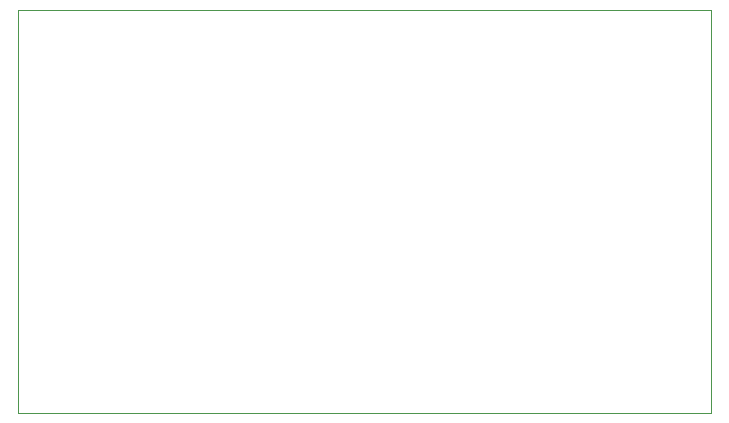
<source format=gbr>
%TF.GenerationSoftware,Altium Limited,Altium Designer,24.9.1 (31)*%
G04 Layer_Color=0*
%FSLAX45Y45*%
%MOMM*%
%TF.SameCoordinates,1ED834A1-E46C-4F5A-A45D-C8FB9AE456DD*%
%TF.FilePolarity,Positive*%
%TF.FileFunction,Profile,NP*%
%TF.Part,Single*%
G01*
G75*
%TA.AperFunction,Profile*%
%ADD72C,0.02540*%
D72*
X0Y0D02*
Y3410000D01*
X5875000D01*
Y0D01*
X0D01*
%TF.MD5,678564a431267e87211f23a0ea9ff8de*%
M02*

</source>
